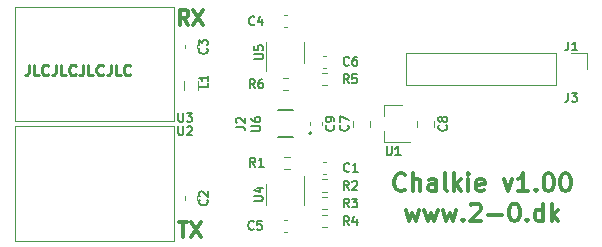
<source format=gbr>
%TF.GenerationSoftware,KiCad,Pcbnew,5.1.10-88a1d61d58~90~ubuntu20.04.1*%
%TF.CreationDate,2021-08-01T07:07:47+02:00*%
%TF.ProjectId,chalkie,6368616c-6b69-4652-9e6b-696361645f70,v1.00*%
%TF.SameCoordinates,Original*%
%TF.FileFunction,Legend,Top*%
%TF.FilePolarity,Positive*%
%FSLAX46Y46*%
G04 Gerber Fmt 4.6, Leading zero omitted, Abs format (unit mm)*
G04 Created by KiCad (PCBNEW 5.1.10-88a1d61d58~90~ubuntu20.04.1) date 2021-08-01 07:07:47*
%MOMM*%
%LPD*%
G01*
G04 APERTURE LIST*
%ADD10C,0.300000*%
%ADD11C,0.225000*%
%ADD12C,0.100000*%
%ADD13C,0.127000*%
%ADD14C,0.200000*%
%ADD15C,0.120000*%
%ADD16C,0.150000*%
G04 APERTURE END LIST*
D10*
X138977619Y-108345476D02*
X139691904Y-108345476D01*
X139334761Y-109595476D02*
X139334761Y-108345476D01*
X139989523Y-108345476D02*
X140822857Y-109595476D01*
X140822857Y-108345476D02*
X139989523Y-109595476D01*
X139791666Y-91625476D02*
X139375000Y-91030238D01*
X139077380Y-91625476D02*
X139077380Y-90375476D01*
X139553571Y-90375476D01*
X139672619Y-90435000D01*
X139732142Y-90494523D01*
X139791666Y-90613571D01*
X139791666Y-90792142D01*
X139732142Y-90911190D01*
X139672619Y-90970714D01*
X139553571Y-91030238D01*
X139077380Y-91030238D01*
X140208333Y-90375476D02*
X141041666Y-91625476D01*
X141041666Y-90375476D02*
X140208333Y-91625476D01*
D11*
X126262857Y-95007142D02*
X126262857Y-95650000D01*
X126220000Y-95778571D01*
X126134285Y-95864285D01*
X126005714Y-95907142D01*
X125920000Y-95907142D01*
X127120000Y-95907142D02*
X126691428Y-95907142D01*
X126691428Y-95007142D01*
X127934285Y-95821428D02*
X127891428Y-95864285D01*
X127762857Y-95907142D01*
X127677142Y-95907142D01*
X127548571Y-95864285D01*
X127462857Y-95778571D01*
X127420000Y-95692857D01*
X127377142Y-95521428D01*
X127377142Y-95392857D01*
X127420000Y-95221428D01*
X127462857Y-95135714D01*
X127548571Y-95050000D01*
X127677142Y-95007142D01*
X127762857Y-95007142D01*
X127891428Y-95050000D01*
X127934285Y-95092857D01*
X128577142Y-95007142D02*
X128577142Y-95650000D01*
X128534285Y-95778571D01*
X128448571Y-95864285D01*
X128320000Y-95907142D01*
X128234285Y-95907142D01*
X129434285Y-95907142D02*
X129005714Y-95907142D01*
X129005714Y-95007142D01*
X130248571Y-95821428D02*
X130205714Y-95864285D01*
X130077142Y-95907142D01*
X129991428Y-95907142D01*
X129862857Y-95864285D01*
X129777142Y-95778571D01*
X129734285Y-95692857D01*
X129691428Y-95521428D01*
X129691428Y-95392857D01*
X129734285Y-95221428D01*
X129777142Y-95135714D01*
X129862857Y-95050000D01*
X129991428Y-95007142D01*
X130077142Y-95007142D01*
X130205714Y-95050000D01*
X130248571Y-95092857D01*
X130891428Y-95007142D02*
X130891428Y-95650000D01*
X130848571Y-95778571D01*
X130762857Y-95864285D01*
X130634285Y-95907142D01*
X130548571Y-95907142D01*
X131748571Y-95907142D02*
X131320000Y-95907142D01*
X131320000Y-95007142D01*
X132562857Y-95821428D02*
X132520000Y-95864285D01*
X132391428Y-95907142D01*
X132305714Y-95907142D01*
X132177142Y-95864285D01*
X132091428Y-95778571D01*
X132048571Y-95692857D01*
X132005714Y-95521428D01*
X132005714Y-95392857D01*
X132048571Y-95221428D01*
X132091428Y-95135714D01*
X132177142Y-95050000D01*
X132305714Y-95007142D01*
X132391428Y-95007142D01*
X132520000Y-95050000D01*
X132562857Y-95092857D01*
X133205714Y-95007142D02*
X133205714Y-95650000D01*
X133162857Y-95778571D01*
X133077142Y-95864285D01*
X132948571Y-95907142D01*
X132862857Y-95907142D01*
X134062857Y-95907142D02*
X133634285Y-95907142D01*
X133634285Y-95007142D01*
X134877142Y-95821428D02*
X134834285Y-95864285D01*
X134705714Y-95907142D01*
X134620000Y-95907142D01*
X134491428Y-95864285D01*
X134405714Y-95778571D01*
X134362857Y-95692857D01*
X134320000Y-95521428D01*
X134320000Y-95392857D01*
X134362857Y-95221428D01*
X134405714Y-95135714D01*
X134491428Y-95050000D01*
X134620000Y-95007142D01*
X134705714Y-95007142D01*
X134834285Y-95050000D01*
X134877142Y-95092857D01*
D10*
X158144285Y-105580714D02*
X158072857Y-105652142D01*
X157858571Y-105723571D01*
X157715714Y-105723571D01*
X157501428Y-105652142D01*
X157358571Y-105509285D01*
X157287142Y-105366428D01*
X157215714Y-105080714D01*
X157215714Y-104866428D01*
X157287142Y-104580714D01*
X157358571Y-104437857D01*
X157501428Y-104295000D01*
X157715714Y-104223571D01*
X157858571Y-104223571D01*
X158072857Y-104295000D01*
X158144285Y-104366428D01*
X158787142Y-105723571D02*
X158787142Y-104223571D01*
X159430000Y-105723571D02*
X159430000Y-104937857D01*
X159358571Y-104795000D01*
X159215714Y-104723571D01*
X159001428Y-104723571D01*
X158858571Y-104795000D01*
X158787142Y-104866428D01*
X160787142Y-105723571D02*
X160787142Y-104937857D01*
X160715714Y-104795000D01*
X160572857Y-104723571D01*
X160287142Y-104723571D01*
X160144285Y-104795000D01*
X160787142Y-105652142D02*
X160644285Y-105723571D01*
X160287142Y-105723571D01*
X160144285Y-105652142D01*
X160072857Y-105509285D01*
X160072857Y-105366428D01*
X160144285Y-105223571D01*
X160287142Y-105152142D01*
X160644285Y-105152142D01*
X160787142Y-105080714D01*
X161715714Y-105723571D02*
X161572857Y-105652142D01*
X161501428Y-105509285D01*
X161501428Y-104223571D01*
X162287142Y-105723571D02*
X162287142Y-104223571D01*
X162430000Y-105152142D02*
X162858571Y-105723571D01*
X162858571Y-104723571D02*
X162287142Y-105295000D01*
X163501428Y-105723571D02*
X163501428Y-104723571D01*
X163501428Y-104223571D02*
X163430000Y-104295000D01*
X163501428Y-104366428D01*
X163572857Y-104295000D01*
X163501428Y-104223571D01*
X163501428Y-104366428D01*
X164787142Y-105652142D02*
X164644285Y-105723571D01*
X164358571Y-105723571D01*
X164215714Y-105652142D01*
X164144285Y-105509285D01*
X164144285Y-104937857D01*
X164215714Y-104795000D01*
X164358571Y-104723571D01*
X164644285Y-104723571D01*
X164787142Y-104795000D01*
X164858571Y-104937857D01*
X164858571Y-105080714D01*
X164144285Y-105223571D01*
X166501428Y-104723571D02*
X166858571Y-105723571D01*
X167215714Y-104723571D01*
X168572857Y-105723571D02*
X167715714Y-105723571D01*
X168144285Y-105723571D02*
X168144285Y-104223571D01*
X168001428Y-104437857D01*
X167858571Y-104580714D01*
X167715714Y-104652142D01*
X169215714Y-105580714D02*
X169287142Y-105652142D01*
X169215714Y-105723571D01*
X169144285Y-105652142D01*
X169215714Y-105580714D01*
X169215714Y-105723571D01*
X170215714Y-104223571D02*
X170358571Y-104223571D01*
X170501428Y-104295000D01*
X170572857Y-104366428D01*
X170644285Y-104509285D01*
X170715714Y-104795000D01*
X170715714Y-105152142D01*
X170644285Y-105437857D01*
X170572857Y-105580714D01*
X170501428Y-105652142D01*
X170358571Y-105723571D01*
X170215714Y-105723571D01*
X170072857Y-105652142D01*
X170001428Y-105580714D01*
X169930000Y-105437857D01*
X169858571Y-105152142D01*
X169858571Y-104795000D01*
X169930000Y-104509285D01*
X170001428Y-104366428D01*
X170072857Y-104295000D01*
X170215714Y-104223571D01*
X171644285Y-104223571D02*
X171787142Y-104223571D01*
X171930000Y-104295000D01*
X172001428Y-104366428D01*
X172072857Y-104509285D01*
X172144285Y-104795000D01*
X172144285Y-105152142D01*
X172072857Y-105437857D01*
X172001428Y-105580714D01*
X171930000Y-105652142D01*
X171787142Y-105723571D01*
X171644285Y-105723571D01*
X171501428Y-105652142D01*
X171430000Y-105580714D01*
X171358571Y-105437857D01*
X171287142Y-105152142D01*
X171287142Y-104795000D01*
X171358571Y-104509285D01*
X171430000Y-104366428D01*
X171501428Y-104295000D01*
X171644285Y-104223571D01*
X158180000Y-107273571D02*
X158465714Y-108273571D01*
X158751428Y-107559285D01*
X159037142Y-108273571D01*
X159322857Y-107273571D01*
X159751428Y-107273571D02*
X160037142Y-108273571D01*
X160322857Y-107559285D01*
X160608571Y-108273571D01*
X160894285Y-107273571D01*
X161322857Y-107273571D02*
X161608571Y-108273571D01*
X161894285Y-107559285D01*
X162180000Y-108273571D01*
X162465714Y-107273571D01*
X163037142Y-108130714D02*
X163108571Y-108202142D01*
X163037142Y-108273571D01*
X162965714Y-108202142D01*
X163037142Y-108130714D01*
X163037142Y-108273571D01*
X163680000Y-106916428D02*
X163751428Y-106845000D01*
X163894285Y-106773571D01*
X164251428Y-106773571D01*
X164394285Y-106845000D01*
X164465714Y-106916428D01*
X164537142Y-107059285D01*
X164537142Y-107202142D01*
X164465714Y-107416428D01*
X163608571Y-108273571D01*
X164537142Y-108273571D01*
X165180000Y-107702142D02*
X166322857Y-107702142D01*
X167322857Y-106773571D02*
X167465714Y-106773571D01*
X167608571Y-106845000D01*
X167680000Y-106916428D01*
X167751428Y-107059285D01*
X167822857Y-107345000D01*
X167822857Y-107702142D01*
X167751428Y-107987857D01*
X167680000Y-108130714D01*
X167608571Y-108202142D01*
X167465714Y-108273571D01*
X167322857Y-108273571D01*
X167180000Y-108202142D01*
X167108571Y-108130714D01*
X167037142Y-107987857D01*
X166965714Y-107702142D01*
X166965714Y-107345000D01*
X167037142Y-107059285D01*
X167108571Y-106916428D01*
X167180000Y-106845000D01*
X167322857Y-106773571D01*
X168465714Y-108130714D02*
X168537142Y-108202142D01*
X168465714Y-108273571D01*
X168394285Y-108202142D01*
X168465714Y-108130714D01*
X168465714Y-108273571D01*
X169822857Y-108273571D02*
X169822857Y-106773571D01*
X169822857Y-108202142D02*
X169680000Y-108273571D01*
X169394285Y-108273571D01*
X169251428Y-108202142D01*
X169180000Y-108130714D01*
X169108571Y-107987857D01*
X169108571Y-107559285D01*
X169180000Y-107416428D01*
X169251428Y-107345000D01*
X169394285Y-107273571D01*
X169680000Y-107273571D01*
X169822857Y-107345000D01*
X170537142Y-108273571D02*
X170537142Y-106773571D01*
X170680000Y-107702142D02*
X171108571Y-108273571D01*
X171108571Y-107273571D02*
X170537142Y-107845000D01*
D12*
%TO.C,U2*%
X125100000Y-109900000D02*
X125100000Y-100200000D01*
X125100000Y-100200000D02*
X138600000Y-100200000D01*
X138600000Y-100200000D02*
X138600000Y-109900000D01*
X138600000Y-109900000D02*
X125100000Y-109900000D01*
D13*
%TO.C,U6*%
X148625000Y-101170000D02*
X147375000Y-101170000D01*
X148625000Y-98830000D02*
X147375000Y-98830000D01*
D14*
X150200000Y-100802000D02*
G75*
G03*
X150200000Y-100802000I-100000J0D01*
G01*
D12*
%TO.C,U3*%
X125100000Y-99800000D02*
X125100000Y-90100000D01*
X125100000Y-90100000D02*
X138600000Y-90100000D01*
X138600000Y-90100000D02*
X138600000Y-99800000D01*
X138600000Y-99800000D02*
X125100000Y-99800000D01*
D15*
%TO.C,C1*%
X151179420Y-104260000D02*
X151460580Y-104260000D01*
X151179420Y-103240000D02*
X151460580Y-103240000D01*
%TO.C,C2*%
X139490000Y-106440580D02*
X139490000Y-106159420D01*
X140510000Y-106440580D02*
X140510000Y-106159420D01*
%TO.C,C3*%
X139490000Y-93359420D02*
X139490000Y-93640580D01*
X140510000Y-93359420D02*
X140510000Y-93640580D01*
%TO.C,C4*%
X148140580Y-90830000D02*
X147859420Y-90830000D01*
X148140580Y-91850000D02*
X147859420Y-91850000D01*
%TO.C,C5*%
X148140580Y-109170000D02*
X147859420Y-109170000D01*
X148140580Y-108150000D02*
X147859420Y-108150000D01*
%TO.C,C6*%
X151450580Y-95260000D02*
X151169420Y-95260000D01*
X151450580Y-94240000D02*
X151169420Y-94240000D01*
%TO.C,C7*%
X153685000Y-100261252D02*
X153685000Y-99738748D01*
X155155000Y-100261252D02*
X155155000Y-99738748D01*
%TO.C,C8*%
X160585000Y-100261252D02*
X160585000Y-99738748D01*
X159115000Y-100261252D02*
X159115000Y-99738748D01*
%TO.C,C9*%
X150060000Y-100140580D02*
X150060000Y-99859420D01*
X151080000Y-100140580D02*
X151080000Y-99859420D01*
%TO.C,J3*%
X158170000Y-94060000D02*
X158170000Y-96720000D01*
X170930000Y-94060000D02*
X158170000Y-94060000D01*
X170930000Y-96720000D02*
X158170000Y-96720000D01*
X170930000Y-94060000D02*
X170930000Y-96720000D01*
X172200000Y-94060000D02*
X173530000Y-94060000D01*
X173530000Y-94060000D02*
X173530000Y-95390000D01*
%TO.C,L1*%
X140560000Y-96370378D02*
X140560000Y-97169622D01*
X139440000Y-96370378D02*
X139440000Y-97169622D01*
%TO.C,R1*%
X148347258Y-102797500D02*
X147872742Y-102797500D01*
X148347258Y-103842500D02*
X147872742Y-103842500D01*
%TO.C,R2*%
X151557258Y-104727500D02*
X151082742Y-104727500D01*
X151557258Y-105772500D02*
X151082742Y-105772500D01*
%TO.C,R3*%
X151557258Y-106227500D02*
X151082742Y-106227500D01*
X151557258Y-107272500D02*
X151082742Y-107272500D01*
%TO.C,R4*%
X151557258Y-108772500D02*
X151082742Y-108772500D01*
X151557258Y-107727500D02*
X151082742Y-107727500D01*
%TO.C,R5*%
X151072742Y-95717500D02*
X151547258Y-95717500D01*
X151072742Y-96762500D02*
X151547258Y-96762500D01*
%TO.C,R6*%
X148237258Y-97172500D02*
X147762742Y-97172500D01*
X148237258Y-96127500D02*
X147762742Y-96127500D01*
%TO.C,U1*%
X156380000Y-98420000D02*
X156380000Y-99350000D01*
X156380000Y-101580000D02*
X156380000Y-100650000D01*
X156380000Y-101580000D02*
X158540000Y-101580000D01*
X156380000Y-98420000D02*
X157840000Y-98420000D01*
%TO.C,U4*%
X146390000Y-105100000D02*
X146390000Y-106900000D01*
X149610000Y-106900000D02*
X149610000Y-104450000D01*
%TO.C,U5*%
X146390000Y-93100000D02*
X146390000Y-95550000D01*
X149610000Y-94900000D02*
X149610000Y-93100000D01*
%TO.C,U2*%
D16*
X138928571Y-100219285D02*
X138928571Y-100826428D01*
X138964285Y-100897857D01*
X139000000Y-100933571D01*
X139071428Y-100969285D01*
X139214285Y-100969285D01*
X139285714Y-100933571D01*
X139321428Y-100897857D01*
X139357142Y-100826428D01*
X139357142Y-100219285D01*
X139678571Y-100290714D02*
X139714285Y-100255000D01*
X139785714Y-100219285D01*
X139964285Y-100219285D01*
X140035714Y-100255000D01*
X140071428Y-100290714D01*
X140107142Y-100362142D01*
X140107142Y-100433571D01*
X140071428Y-100540714D01*
X139642857Y-100969285D01*
X140107142Y-100969285D01*
%TO.C,U6*%
X145119285Y-100591428D02*
X145726428Y-100591428D01*
X145797857Y-100555714D01*
X145833571Y-100520000D01*
X145869285Y-100448571D01*
X145869285Y-100305714D01*
X145833571Y-100234285D01*
X145797857Y-100198571D01*
X145726428Y-100162857D01*
X145119285Y-100162857D01*
X145119285Y-99484285D02*
X145119285Y-99627142D01*
X145155000Y-99698571D01*
X145190714Y-99734285D01*
X145297857Y-99805714D01*
X145440714Y-99841428D01*
X145726428Y-99841428D01*
X145797857Y-99805714D01*
X145833571Y-99770000D01*
X145869285Y-99698571D01*
X145869285Y-99555714D01*
X145833571Y-99484285D01*
X145797857Y-99448571D01*
X145726428Y-99412857D01*
X145547857Y-99412857D01*
X145476428Y-99448571D01*
X145440714Y-99484285D01*
X145405000Y-99555714D01*
X145405000Y-99698571D01*
X145440714Y-99770000D01*
X145476428Y-99805714D01*
X145547857Y-99841428D01*
%TO.C,U3*%
X138928571Y-99079285D02*
X138928571Y-99686428D01*
X138964285Y-99757857D01*
X139000000Y-99793571D01*
X139071428Y-99829285D01*
X139214285Y-99829285D01*
X139285714Y-99793571D01*
X139321428Y-99757857D01*
X139357142Y-99686428D01*
X139357142Y-99079285D01*
X139642857Y-99079285D02*
X140107142Y-99079285D01*
X139857142Y-99365000D01*
X139964285Y-99365000D01*
X140035714Y-99400714D01*
X140071428Y-99436428D01*
X140107142Y-99507857D01*
X140107142Y-99686428D01*
X140071428Y-99757857D01*
X140035714Y-99793571D01*
X139964285Y-99829285D01*
X139750000Y-99829285D01*
X139678571Y-99793571D01*
X139642857Y-99757857D01*
%TO.C,C1*%
X153425000Y-104007857D02*
X153389285Y-104043571D01*
X153282142Y-104079285D01*
X153210714Y-104079285D01*
X153103571Y-104043571D01*
X153032142Y-103972142D01*
X152996428Y-103900714D01*
X152960714Y-103757857D01*
X152960714Y-103650714D01*
X152996428Y-103507857D01*
X153032142Y-103436428D01*
X153103571Y-103365000D01*
X153210714Y-103329285D01*
X153282142Y-103329285D01*
X153389285Y-103365000D01*
X153425000Y-103400714D01*
X154139285Y-104079285D02*
X153710714Y-104079285D01*
X153925000Y-104079285D02*
X153925000Y-103329285D01*
X153853571Y-103436428D01*
X153782142Y-103507857D01*
X153710714Y-103543571D01*
%TO.C,C2*%
X141357857Y-106435000D02*
X141393571Y-106470714D01*
X141429285Y-106577857D01*
X141429285Y-106649285D01*
X141393571Y-106756428D01*
X141322142Y-106827857D01*
X141250714Y-106863571D01*
X141107857Y-106899285D01*
X141000714Y-106899285D01*
X140857857Y-106863571D01*
X140786428Y-106827857D01*
X140715000Y-106756428D01*
X140679285Y-106649285D01*
X140679285Y-106577857D01*
X140715000Y-106470714D01*
X140750714Y-106435000D01*
X140750714Y-106149285D02*
X140715000Y-106113571D01*
X140679285Y-106042142D01*
X140679285Y-105863571D01*
X140715000Y-105792142D01*
X140750714Y-105756428D01*
X140822142Y-105720714D01*
X140893571Y-105720714D01*
X141000714Y-105756428D01*
X141429285Y-106185000D01*
X141429285Y-105720714D01*
%TO.C,C3*%
X141357857Y-93635000D02*
X141393571Y-93670714D01*
X141429285Y-93777857D01*
X141429285Y-93849285D01*
X141393571Y-93956428D01*
X141322142Y-94027857D01*
X141250714Y-94063571D01*
X141107857Y-94099285D01*
X141000714Y-94099285D01*
X140857857Y-94063571D01*
X140786428Y-94027857D01*
X140715000Y-93956428D01*
X140679285Y-93849285D01*
X140679285Y-93777857D01*
X140715000Y-93670714D01*
X140750714Y-93635000D01*
X140679285Y-93385000D02*
X140679285Y-92920714D01*
X140965000Y-93170714D01*
X140965000Y-93063571D01*
X141000714Y-92992142D01*
X141036428Y-92956428D01*
X141107857Y-92920714D01*
X141286428Y-92920714D01*
X141357857Y-92956428D01*
X141393571Y-92992142D01*
X141429285Y-93063571D01*
X141429285Y-93277857D01*
X141393571Y-93349285D01*
X141357857Y-93385000D01*
%TO.C,C4*%
X145375000Y-91607857D02*
X145339285Y-91643571D01*
X145232142Y-91679285D01*
X145160714Y-91679285D01*
X145053571Y-91643571D01*
X144982142Y-91572142D01*
X144946428Y-91500714D01*
X144910714Y-91357857D01*
X144910714Y-91250714D01*
X144946428Y-91107857D01*
X144982142Y-91036428D01*
X145053571Y-90965000D01*
X145160714Y-90929285D01*
X145232142Y-90929285D01*
X145339285Y-90965000D01*
X145375000Y-91000714D01*
X146017857Y-91179285D02*
X146017857Y-91679285D01*
X145839285Y-90893571D02*
X145660714Y-91429285D01*
X146125000Y-91429285D01*
%TO.C,C5*%
X145315000Y-108927857D02*
X145279285Y-108963571D01*
X145172142Y-108999285D01*
X145100714Y-108999285D01*
X144993571Y-108963571D01*
X144922142Y-108892142D01*
X144886428Y-108820714D01*
X144850714Y-108677857D01*
X144850714Y-108570714D01*
X144886428Y-108427857D01*
X144922142Y-108356428D01*
X144993571Y-108285000D01*
X145100714Y-108249285D01*
X145172142Y-108249285D01*
X145279285Y-108285000D01*
X145315000Y-108320714D01*
X145993571Y-108249285D02*
X145636428Y-108249285D01*
X145600714Y-108606428D01*
X145636428Y-108570714D01*
X145707857Y-108535000D01*
X145886428Y-108535000D01*
X145957857Y-108570714D01*
X145993571Y-108606428D01*
X146029285Y-108677857D01*
X146029285Y-108856428D01*
X145993571Y-108927857D01*
X145957857Y-108963571D01*
X145886428Y-108999285D01*
X145707857Y-108999285D01*
X145636428Y-108963571D01*
X145600714Y-108927857D01*
%TO.C,C6*%
X153385000Y-95017857D02*
X153349285Y-95053571D01*
X153242142Y-95089285D01*
X153170714Y-95089285D01*
X153063571Y-95053571D01*
X152992142Y-94982142D01*
X152956428Y-94910714D01*
X152920714Y-94767857D01*
X152920714Y-94660714D01*
X152956428Y-94517857D01*
X152992142Y-94446428D01*
X153063571Y-94375000D01*
X153170714Y-94339285D01*
X153242142Y-94339285D01*
X153349285Y-94375000D01*
X153385000Y-94410714D01*
X154027857Y-94339285D02*
X153885000Y-94339285D01*
X153813571Y-94375000D01*
X153777857Y-94410714D01*
X153706428Y-94517857D01*
X153670714Y-94660714D01*
X153670714Y-94946428D01*
X153706428Y-95017857D01*
X153742142Y-95053571D01*
X153813571Y-95089285D01*
X153956428Y-95089285D01*
X154027857Y-95053571D01*
X154063571Y-95017857D01*
X154099285Y-94946428D01*
X154099285Y-94767857D01*
X154063571Y-94696428D01*
X154027857Y-94660714D01*
X153956428Y-94625000D01*
X153813571Y-94625000D01*
X153742142Y-94660714D01*
X153706428Y-94696428D01*
X153670714Y-94767857D01*
%TO.C,C7*%
X153287857Y-100135000D02*
X153323571Y-100170714D01*
X153359285Y-100277857D01*
X153359285Y-100349285D01*
X153323571Y-100456428D01*
X153252142Y-100527857D01*
X153180714Y-100563571D01*
X153037857Y-100599285D01*
X152930714Y-100599285D01*
X152787857Y-100563571D01*
X152716428Y-100527857D01*
X152645000Y-100456428D01*
X152609285Y-100349285D01*
X152609285Y-100277857D01*
X152645000Y-100170714D01*
X152680714Y-100135000D01*
X152609285Y-99885000D02*
X152609285Y-99385000D01*
X153359285Y-99706428D01*
%TO.C,C8*%
X161627857Y-100125000D02*
X161663571Y-100160714D01*
X161699285Y-100267857D01*
X161699285Y-100339285D01*
X161663571Y-100446428D01*
X161592142Y-100517857D01*
X161520714Y-100553571D01*
X161377857Y-100589285D01*
X161270714Y-100589285D01*
X161127857Y-100553571D01*
X161056428Y-100517857D01*
X160985000Y-100446428D01*
X160949285Y-100339285D01*
X160949285Y-100267857D01*
X160985000Y-100160714D01*
X161020714Y-100125000D01*
X161270714Y-99696428D02*
X161235000Y-99767857D01*
X161199285Y-99803571D01*
X161127857Y-99839285D01*
X161092142Y-99839285D01*
X161020714Y-99803571D01*
X160985000Y-99767857D01*
X160949285Y-99696428D01*
X160949285Y-99553571D01*
X160985000Y-99482142D01*
X161020714Y-99446428D01*
X161092142Y-99410714D01*
X161127857Y-99410714D01*
X161199285Y-99446428D01*
X161235000Y-99482142D01*
X161270714Y-99553571D01*
X161270714Y-99696428D01*
X161306428Y-99767857D01*
X161342142Y-99803571D01*
X161413571Y-99839285D01*
X161556428Y-99839285D01*
X161627857Y-99803571D01*
X161663571Y-99767857D01*
X161699285Y-99696428D01*
X161699285Y-99553571D01*
X161663571Y-99482142D01*
X161627857Y-99446428D01*
X161556428Y-99410714D01*
X161413571Y-99410714D01*
X161342142Y-99446428D01*
X161306428Y-99482142D01*
X161270714Y-99553571D01*
%TO.C,C9*%
X152077857Y-100135000D02*
X152113571Y-100170714D01*
X152149285Y-100277857D01*
X152149285Y-100349285D01*
X152113571Y-100456428D01*
X152042142Y-100527857D01*
X151970714Y-100563571D01*
X151827857Y-100599285D01*
X151720714Y-100599285D01*
X151577857Y-100563571D01*
X151506428Y-100527857D01*
X151435000Y-100456428D01*
X151399285Y-100349285D01*
X151399285Y-100277857D01*
X151435000Y-100170714D01*
X151470714Y-100135000D01*
X152149285Y-99777857D02*
X152149285Y-99635000D01*
X152113571Y-99563571D01*
X152077857Y-99527857D01*
X151970714Y-99456428D01*
X151827857Y-99420714D01*
X151542142Y-99420714D01*
X151470714Y-99456428D01*
X151435000Y-99492142D01*
X151399285Y-99563571D01*
X151399285Y-99706428D01*
X151435000Y-99777857D01*
X151470714Y-99813571D01*
X151542142Y-99849285D01*
X151720714Y-99849285D01*
X151792142Y-99813571D01*
X151827857Y-99777857D01*
X151863571Y-99706428D01*
X151863571Y-99563571D01*
X151827857Y-99492142D01*
X151792142Y-99456428D01*
X151720714Y-99420714D01*
%TO.C,J1*%
X171950000Y-93059285D02*
X171950000Y-93595000D01*
X171914285Y-93702142D01*
X171842857Y-93773571D01*
X171735714Y-93809285D01*
X171664285Y-93809285D01*
X172700000Y-93809285D02*
X172271428Y-93809285D01*
X172485714Y-93809285D02*
X172485714Y-93059285D01*
X172414285Y-93166428D01*
X172342857Y-93237857D01*
X172271428Y-93273571D01*
%TO.C,J2*%
X143799285Y-100250000D02*
X144335000Y-100250000D01*
X144442142Y-100285714D01*
X144513571Y-100357142D01*
X144549285Y-100464285D01*
X144549285Y-100535714D01*
X143870714Y-99928571D02*
X143835000Y-99892857D01*
X143799285Y-99821428D01*
X143799285Y-99642857D01*
X143835000Y-99571428D01*
X143870714Y-99535714D01*
X143942142Y-99500000D01*
X144013571Y-99500000D01*
X144120714Y-99535714D01*
X144549285Y-99964285D01*
X144549285Y-99500000D01*
%TO.C,J3*%
X171950000Y-97399285D02*
X171950000Y-97935000D01*
X171914285Y-98042142D01*
X171842857Y-98113571D01*
X171735714Y-98149285D01*
X171664285Y-98149285D01*
X172235714Y-97399285D02*
X172700000Y-97399285D01*
X172450000Y-97685000D01*
X172557142Y-97685000D01*
X172628571Y-97720714D01*
X172664285Y-97756428D01*
X172700000Y-97827857D01*
X172700000Y-98006428D01*
X172664285Y-98077857D01*
X172628571Y-98113571D01*
X172557142Y-98149285D01*
X172342857Y-98149285D01*
X172271428Y-98113571D01*
X172235714Y-98077857D01*
%TO.C,L1*%
X141469285Y-96575000D02*
X141469285Y-96932142D01*
X140719285Y-96932142D01*
X141469285Y-95932142D02*
X141469285Y-96360714D01*
X141469285Y-96146428D02*
X140719285Y-96146428D01*
X140826428Y-96217857D01*
X140897857Y-96289285D01*
X140933571Y-96360714D01*
%TO.C,R1*%
X145455000Y-103639285D02*
X145205000Y-103282142D01*
X145026428Y-103639285D02*
X145026428Y-102889285D01*
X145312142Y-102889285D01*
X145383571Y-102925000D01*
X145419285Y-102960714D01*
X145455000Y-103032142D01*
X145455000Y-103139285D01*
X145419285Y-103210714D01*
X145383571Y-103246428D01*
X145312142Y-103282142D01*
X145026428Y-103282142D01*
X146169285Y-103639285D02*
X145740714Y-103639285D01*
X145955000Y-103639285D02*
X145955000Y-102889285D01*
X145883571Y-102996428D01*
X145812142Y-103067857D01*
X145740714Y-103103571D01*
%TO.C,R2*%
X153375000Y-105589285D02*
X153125000Y-105232142D01*
X152946428Y-105589285D02*
X152946428Y-104839285D01*
X153232142Y-104839285D01*
X153303571Y-104875000D01*
X153339285Y-104910714D01*
X153375000Y-104982142D01*
X153375000Y-105089285D01*
X153339285Y-105160714D01*
X153303571Y-105196428D01*
X153232142Y-105232142D01*
X152946428Y-105232142D01*
X153660714Y-104910714D02*
X153696428Y-104875000D01*
X153767857Y-104839285D01*
X153946428Y-104839285D01*
X154017857Y-104875000D01*
X154053571Y-104910714D01*
X154089285Y-104982142D01*
X154089285Y-105053571D01*
X154053571Y-105160714D01*
X153625000Y-105589285D01*
X154089285Y-105589285D01*
%TO.C,R3*%
X153385000Y-107099285D02*
X153135000Y-106742142D01*
X152956428Y-107099285D02*
X152956428Y-106349285D01*
X153242142Y-106349285D01*
X153313571Y-106385000D01*
X153349285Y-106420714D01*
X153385000Y-106492142D01*
X153385000Y-106599285D01*
X153349285Y-106670714D01*
X153313571Y-106706428D01*
X153242142Y-106742142D01*
X152956428Y-106742142D01*
X153635000Y-106349285D02*
X154099285Y-106349285D01*
X153849285Y-106635000D01*
X153956428Y-106635000D01*
X154027857Y-106670714D01*
X154063571Y-106706428D01*
X154099285Y-106777857D01*
X154099285Y-106956428D01*
X154063571Y-107027857D01*
X154027857Y-107063571D01*
X153956428Y-107099285D01*
X153742142Y-107099285D01*
X153670714Y-107063571D01*
X153635000Y-107027857D01*
%TO.C,R4*%
X153385000Y-108599285D02*
X153135000Y-108242142D01*
X152956428Y-108599285D02*
X152956428Y-107849285D01*
X153242142Y-107849285D01*
X153313571Y-107885000D01*
X153349285Y-107920714D01*
X153385000Y-107992142D01*
X153385000Y-108099285D01*
X153349285Y-108170714D01*
X153313571Y-108206428D01*
X153242142Y-108242142D01*
X152956428Y-108242142D01*
X154027857Y-108099285D02*
X154027857Y-108599285D01*
X153849285Y-107813571D02*
X153670714Y-108349285D01*
X154135000Y-108349285D01*
%TO.C,R5*%
X153355000Y-96579285D02*
X153105000Y-96222142D01*
X152926428Y-96579285D02*
X152926428Y-95829285D01*
X153212142Y-95829285D01*
X153283571Y-95865000D01*
X153319285Y-95900714D01*
X153355000Y-95972142D01*
X153355000Y-96079285D01*
X153319285Y-96150714D01*
X153283571Y-96186428D01*
X153212142Y-96222142D01*
X152926428Y-96222142D01*
X154033571Y-95829285D02*
X153676428Y-95829285D01*
X153640714Y-96186428D01*
X153676428Y-96150714D01*
X153747857Y-96115000D01*
X153926428Y-96115000D01*
X153997857Y-96150714D01*
X154033571Y-96186428D01*
X154069285Y-96257857D01*
X154069285Y-96436428D01*
X154033571Y-96507857D01*
X153997857Y-96543571D01*
X153926428Y-96579285D01*
X153747857Y-96579285D01*
X153676428Y-96543571D01*
X153640714Y-96507857D01*
%TO.C,R6*%
X145405000Y-96999285D02*
X145155000Y-96642142D01*
X144976428Y-96999285D02*
X144976428Y-96249285D01*
X145262142Y-96249285D01*
X145333571Y-96285000D01*
X145369285Y-96320714D01*
X145405000Y-96392142D01*
X145405000Y-96499285D01*
X145369285Y-96570714D01*
X145333571Y-96606428D01*
X145262142Y-96642142D01*
X144976428Y-96642142D01*
X146047857Y-96249285D02*
X145905000Y-96249285D01*
X145833571Y-96285000D01*
X145797857Y-96320714D01*
X145726428Y-96427857D01*
X145690714Y-96570714D01*
X145690714Y-96856428D01*
X145726428Y-96927857D01*
X145762142Y-96963571D01*
X145833571Y-96999285D01*
X145976428Y-96999285D01*
X146047857Y-96963571D01*
X146083571Y-96927857D01*
X146119285Y-96856428D01*
X146119285Y-96677857D01*
X146083571Y-96606428D01*
X146047857Y-96570714D01*
X145976428Y-96535000D01*
X145833571Y-96535000D01*
X145762142Y-96570714D01*
X145726428Y-96606428D01*
X145690714Y-96677857D01*
%TO.C,U1*%
X156568571Y-101909285D02*
X156568571Y-102516428D01*
X156604285Y-102587857D01*
X156640000Y-102623571D01*
X156711428Y-102659285D01*
X156854285Y-102659285D01*
X156925714Y-102623571D01*
X156961428Y-102587857D01*
X156997142Y-102516428D01*
X156997142Y-101909285D01*
X157747142Y-102659285D02*
X157318571Y-102659285D01*
X157532857Y-102659285D02*
X157532857Y-101909285D01*
X157461428Y-102016428D01*
X157390000Y-102087857D01*
X157318571Y-102123571D01*
%TO.C,U4*%
X145339285Y-106561428D02*
X145946428Y-106561428D01*
X146017857Y-106525714D01*
X146053571Y-106490000D01*
X146089285Y-106418571D01*
X146089285Y-106275714D01*
X146053571Y-106204285D01*
X146017857Y-106168571D01*
X145946428Y-106132857D01*
X145339285Y-106132857D01*
X145589285Y-105454285D02*
X146089285Y-105454285D01*
X145303571Y-105632857D02*
X145839285Y-105811428D01*
X145839285Y-105347142D01*
%TO.C,U5*%
X145359285Y-94541428D02*
X145966428Y-94541428D01*
X146037857Y-94505714D01*
X146073571Y-94470000D01*
X146109285Y-94398571D01*
X146109285Y-94255714D01*
X146073571Y-94184285D01*
X146037857Y-94148571D01*
X145966428Y-94112857D01*
X145359285Y-94112857D01*
X145359285Y-93398571D02*
X145359285Y-93755714D01*
X145716428Y-93791428D01*
X145680714Y-93755714D01*
X145645000Y-93684285D01*
X145645000Y-93505714D01*
X145680714Y-93434285D01*
X145716428Y-93398571D01*
X145787857Y-93362857D01*
X145966428Y-93362857D01*
X146037857Y-93398571D01*
X146073571Y-93434285D01*
X146109285Y-93505714D01*
X146109285Y-93684285D01*
X146073571Y-93755714D01*
X146037857Y-93791428D01*
%TD*%
M02*

</source>
